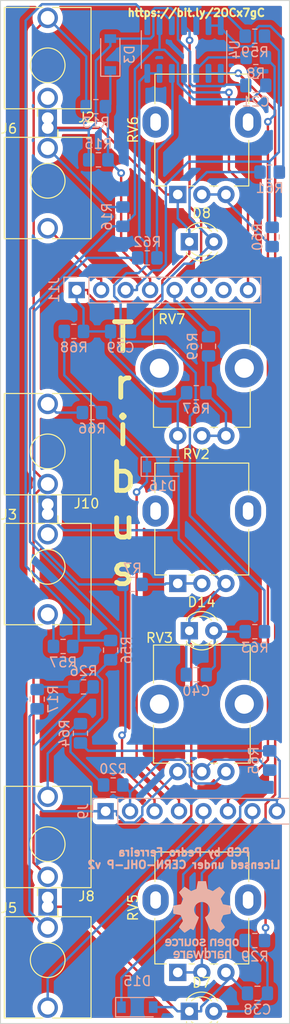
<source format=kicad_pcb>
(kicad_pcb (version 20171130) (host pcbnew "(5.1.9-0-10_14)")
  (layers (0 F.Cu signal hide) (31 B.Cu signal hide) (34 B.Paste user hide) (35 F.Paste user) (36 B.SilkS user hide) (37 F.SilkS user) (38 B.Mask user hide) (39 F.Mask user) (44 Edge.Cuts user))
  (net 0 "")
  (net 1 "Net-(C21-Pad2)")
  (net 2 "Net-(C21-Pad1)")
  (net 3 GND)
  (net 4 "Net-(C38-Pad2)")
  (net 5 "Net-(C39-Pad2)")
  (net 6 "Net-(C40-Pad2)")
  (net 7 HH_TRIG_FRONT)
  (net 8 BASS_TRIG_FRONT)
  (net 9 SNARE_TRIGGER_FRONT)
  (net 10 INPUT_NORM)
  (net 11 "Net-(J3-PadT)")
  (net 12 BASS_OUT_MIX)
  (net 13 BASS_OUT_FRONT)
  (net 14 HH_OUT_FRONT)
  (net 15 HH_OUT_MIX)
  (net 16 "Net-(J8-PadT)")
  (net 17 BASS_DECAY_FRONT)
  (net 18 BASS_LED_FRONT)
  (net 19 SNARE_DECAY_FRONT)
  (net 20 SNARE_NOISE_FRONT)
  (net 21 SNARE_BODY_FRONT)
  (net 22 "Net-(J10-PadT)")
  (net 23 HH_DECAY_FRONT)
  (net 24 NOISE_CUTOFF_FRONT)
  (net 25 -12V)
  (net 26 +12V)
  (net 27 "Net-(R7-Pad1)")
  (net 28 "Net-(R8-Pad1)")
  (net 29 "Net-(R29-Pad2)")
  (net 30 "Net-(R59-Pad1)")
  (net 31 "Net-(R60-Pad1)")
  (net 32 "Net-(R61-Pad2)")
  (net 33 "Net-(R62-Pad1)")
  (net 34 "Net-(R63-Pad2)")
  (net 35 "Net-(R67-Pad2)")
  (module Symbol:OSHW-Logo_7.5x8mm_SilkScreen (layer B.Cu) (at 20.92 95.25 180)
    (fp_text reference REF** hide)
    (fp_text value OSHW-Logo_7.5x8mm_SilkScreen hide)
  )
  (module LED_THT:LED_D3.0mm (layer F.Cu) (at 20.9 65.3)
    (fp_text reference D14 (at -0.03 -2.96) (layer F.SilkS))
    (fp_text value SNARE_LED)
    (pad 2 thru_hole circle (at 1.24 0) (size 1.8 1.8) (drill 0.9) (layers *.Cu *.Mask) (net 6 "Net-(C40-Pad2)"))
    (pad 1 thru_hole rect (at -1.3 0) (size 1.8 1.8) (drill 0.9) (layers *.Cu *.Mask) (net 3 GND))
  )
  (module Eurorack:Jack_3.5mm_QingPu_WQP-PJ398SM_Vertical_CircularHoles (layer F.Cu) (at 4.9 87.4 180)
    (fp_text reference J8 (at -4.03 -5.42) (layer F.SilkS))
    (fp_text value BASS_TRIG)
    (pad TN thru_hole circle (at 0 -3.4) (size 2.13 2.13) (drill 1.42) (layers *.Cu *.Mask) (net 10 INPUT_NORM))
    (pad S thru_hole rect (at 0 -6.5) (size 1.93 1.83) (drill 1.22) (layers *.Cu *.Mask) (net 3 GND))
    (pad T thru_hole circle (at 0 4.9) (size 2.13 2.13) (drill 1.43) (layers *.Cu *.Mask) (net 16 "Net-(J8-PadT)"))
  )
  (module Eurorack:Jack_3.5mm_QingPu_WQP-PJ398SM_Vertical_CircularHoles (layer F.Cu) (at 4.9 99.4)
    (fp_text reference J5 (at -4.03 -5.37) (layer F.SilkS))
    (fp_text value BASS_OUT)
    (pad TN thru_hole circle (at 0 -3.35 180) (size 2.13 2.13) (drill 1.42) (layers *.Cu *.Mask) (net 12 BASS_OUT_MIX))
    (pad S thru_hole rect (at 0 -6.45 180) (size 1.93 1.83) (drill 1.22) (layers *.Cu *.Mask) (net 3 GND))
    (pad T thru_hole circle (at 0 4.95 180) (size 2.13 2.13) (drill 1.43) (layers *.Cu *.Mask) (net 13 BASS_OUT_FRONT))
  )
  (module Eurorack:Potentiometer_Alpha_RD901F-40-00D_Single_Vertical (layer F.Cu) (at 20.9 93.2 90)
    (fp_text reference RV5 (at -0.79 -7.14 270) (layer F.SilkS))
    (fp_text value 1M)
    (pad 1 thru_hole rect (at -7.5 -2.5 180) (size 1.8 1.8) (drill 1) (layers *.Cu *.Mask) (net 17 BASS_DECAY_FRONT))
    (pad 2 thru_hole circle (at -7.5 0 180) (size 1.8 1.8) (drill 1) (layers *.Cu *.Mask) (net 17 BASS_DECAY_FRONT))
    (pad 3 thru_hole circle (at -7.5 2.5 180) (size 1.8 1.8) (drill 1) (layers *.Cu *.Mask) (net 3 GND))
    (pad "" thru_hole oval (at 0 4.8 180) (size 2.72 3.24) (drill oval 1.1 1.8) (layers *.Cu *.Mask))
    (pad "" thru_hole oval (at 0 -4.8 180) (size 2.72 3.24) (drill oval 1.1 1.8) (layers *.Cu *.Mask))
  )
  (module Eurorack:Potentiometer_Alps_RK09K_Single_Vertical (layer F.Cu) (at 20.9 72.4 90)
    (fp_text reference RV3 (at 6.36 -4.39 180) (layer F.SilkS))
    (fp_text value 100K)
    (pad 3 thru_hole circle (at -7.5 -2.5 90) (size 1.8 1.8) (drill 1) (layers *.Cu *.Mask) (net 21 SNARE_BODY_FRONT))
    (pad 2 thru_hole circle (at -7.5 0 90) (size 1.8 1.8) (drill 1) (layers *.Cu *.Mask) (net 3 GND))
    (pad 1 thru_hole circle (at -7.5 2.5 90) (size 1.8 1.8) (drill 1) (layers *.Cu *.Mask) (net 20 SNARE_NOISE_FRONT))
    (pad "" np_thru_hole circle (at -0.5 -4.4 90) (size 4 4) (drill 2) (layers *.Cu *.Mask))
    (pad "" np_thru_hole circle (at -0.5 4.4 90) (size 4 4) (drill 2) (layers *.Cu *.Mask))
  )
  (module Eurorack:Potentiometer_Alpha_RD901F-40-00D_Single_Vertical (layer F.Cu) (at 20.9 52.9 90)
    (fp_text reference RV2 (at 5.91 -0.58) (layer F.SilkS))
    (fp_text value 1M)
    (pad 1 thru_hole rect (at -7.5 -2.5 180) (size 1.8 1.8) (drill 1) (layers *.Cu *.Mask) (net 27 "Net-(R7-Pad1)"))
    (pad 2 thru_hole circle (at -7.5 0 180) (size 1.8 1.8) (drill 1) (layers *.Cu *.Mask) (net 27 "Net-(R7-Pad1)"))
    (pad 3 thru_hole circle (at -7.5 2.5 180) (size 1.8 1.8) (drill 1) (layers *.Cu *.Mask) (net 3 GND))
    (pad "" thru_hole oval (at 0 4.8 180) (size 2.72 3.24) (drill oval 1.1 1.8) (layers *.Cu *.Mask))
    (pad "" thru_hole oval (at 0 -4.8 180) (size 2.72 3.24) (drill oval 1.1 1.8) (layers *.Cu *.Mask))
  )
  (module Eurorack:Potentiometer_Alps_RK09K_Single_Vertical (layer F.Cu) (at 20.9 37.6 90)
    (fp_text reference RV7 (at 4.58 -3.12 180) (layer F.SilkS))
    (fp_text value 10K)
    (pad 3 thru_hole circle (at -7.5 -2.5 90) (size 1.8 1.8) (drill 1) (layers *.Cu *.Mask) (net 3 GND))
    (pad 2 thru_hole circle (at -7.5 0 90) (size 1.8 1.8) (drill 1) (layers *.Cu *.Mask) (net 35 "Net-(R67-Pad2)"))
    (pad 1 thru_hole circle (at -7.5 2.5 90) (size 1.8 1.8) (drill 1) (layers *.Cu *.Mask) (net 35 "Net-(R67-Pad2)"))
    (pad "" np_thru_hole circle (at -0.5 -4.4 90) (size 4 4) (drill 2) (layers *.Cu *.Mask))
    (pad "" np_thru_hole circle (at -0.5 4.4 90) (size 4 4) (drill 2) (layers *.Cu *.Mask))
  )
  (module Eurorack:Potentiometer_Alpha_RD901F-40-00D_Single_Vertical (layer F.Cu) (at 20.9 12.6 90)
    (fp_text reference RV6 (at -0.79 -7.14 270) (layer F.SilkS))
    (fp_text value 100K)
    (pad 1 thru_hole rect (at -7.5 -2.5 180) (size 1.8 1.8) (drill 1) (layers *.Cu *.Mask) (net 3 GND))
    (pad 2 thru_hole circle (at -7.5 0 180) (size 1.8 1.8) (drill 1) (layers *.Cu *.Mask) (net 31 "Net-(R60-Pad1)"))
    (pad 3 thru_hole circle (at -7.5 2.5 180) (size 1.8 1.8) (drill 1) (layers *.Cu *.Mask) (net 31 "Net-(R60-Pad1)"))
    (pad "" thru_hole oval (at 0 4.8 180) (size 2.72 3.24) (drill oval 1.1 1.8) (layers *.Cu *.Mask))
    (pad "" thru_hole oval (at 0 -4.8 180) (size 2.72 3.24) (drill oval 1.1 1.8) (layers *.Cu *.Mask))
  )
  (module LED_THT:LED_D3.0mm (layer F.Cu) (at 20.9 25)
    (fp_text reference D8 (at -0.03 -2.96) (layer F.SilkS))
    (fp_text value HH_LED)
    (pad 2 thru_hole circle (at 1.24 0) (size 1.8 1.8) (drill 0.9) (layers *.Cu *.Mask) (net 5 "Net-(C39-Pad2)"))
    (pad 1 thru_hole rect (at -1.3 0) (size 1.8 1.8) (drill 0.9) (layers *.Cu *.Mask) (net 3 GND))
  )
  (module LED_THT:LED_D3.0mm (layer F.Cu) (at 20.9 104.73)
    (fp_text reference D7 (at -0.03 -2.96) (layer F.SilkS))
    (fp_text value BASS_LED)
    (pad 2 thru_hole circle (at 1.24 0) (size 1.8 1.8) (drill 0.9) (layers *.Cu *.Mask) (net 4 "Net-(C38-Pad2)"))
    (pad 1 thru_hole rect (at -1.3 0) (size 1.8 1.8) (drill 0.9) (layers *.Cu *.Mask) (net 3 GND))
  )
  (module Eurorack:Jack_3.5mm_QingPu_WQP-PJ398SM_Vertical_CircularHoles (layer F.Cu) (at 4.9 6.7 180)
    (fp_text reference J2 (at -4.03 -5.42 180) (layer F.SilkS))
    (fp_text value HIHAT_TRIG)
    (pad TN thru_hole circle (at 0 -3.4) (size 2.13 2.13) (drill 1.42) (layers *.Cu *.Mask))
    (pad S thru_hole rect (at 0 -6.5) (size 1.93 1.83) (drill 1.22) (layers *.Cu *.Mask) (net 3 GND))
    (pad T thru_hole circle (at 0 4.9) (size 2.13 2.13) (drill 1.43) (layers *.Cu *.Mask) (net 10 INPUT_NORM))
  )
  (module Eurorack:Jack_3.5mm_QingPu_WQP-PJ398SM_Vertical_CircularHoles (layer F.Cu) (at 4.9 18.7)
    (fp_text reference J6 (at -4.03 -5.42) (layer F.SilkS))
    (fp_text value HH_OUT)
    (pad TN thru_hole circle (at 0 -3.4 180) (size 2.13 2.13) (drill 1.42) (layers *.Cu *.Mask) (net 15 HH_OUT_MIX))
    (pad S thru_hole rect (at 0 -6.5 180) (size 1.93 1.83) (drill 1.22) (layers *.Cu *.Mask) (net 3 GND))
    (pad T thru_hole circle (at 0 4.9 180) (size 2.13 2.13) (drill 1.43) (layers *.Cu *.Mask) (net 14 HH_OUT_FRONT))
  )
  (module Eurorack:Jack_3.5mm_QingPu_WQP-PJ398SM_Vertical_CircularHoles (layer F.Cu) (at 4.9 46.7 180)
    (fp_text reference J10 (at -4.03 -5.42 180) (layer F.SilkS))
    (fp_text value SNARE_TRIG)
    (pad TN thru_hole circle (at 0 -3.4) (size 2.13 2.13) (drill 1.42) (layers *.Cu *.Mask) (net 10 INPUT_NORM))
    (pad S thru_hole rect (at 0 -6.5) (size 1.93 1.83) (drill 1.22) (layers *.Cu *.Mask) (net 3 GND))
    (pad T thru_hole circle (at 0 4.9) (size 2.13 2.13) (drill 1.43) (layers *.Cu *.Mask) (net 22 "Net-(J10-PadT)"))
  )
  (module Eurorack:Jack_3.5mm_QingPu_WQP-PJ398SM_Vertical_CircularHoles (layer F.Cu) (at 4.9 58.7)
    (fp_text reference J3 (at -4.03 -5.42) (layer F.SilkS))
    (fp_text value SNARE_MIX_OUT)
    (pad TN thru_hole circle (at 0 -3.4 180) (size 2.13 2.13) (drill 1.42) (layers *.Cu *.Mask))
    (pad S thru_hole rect (at 0 -6.5 180) (size 1.93 1.83) (drill 1.22) (layers *.Cu *.Mask) (net 3 GND))
    (pad T thru_hole circle (at 0 4.9 180) (size 2.13 2.13) (drill 1.43) (layers *.Cu *.Mask) (net 11 "Net-(J3-PadT)"))
  )
  (module Connector_PinHeader_2.54mm:PinHeader_1x08_P2.54mm_Vertical (layer B.Cu) (at 19.8 84 270)
    (fp_text reference J9 (at 0 11.22 90) (layer B.SilkS) (effects (justify mirror)))
    (fp_text value Conn_01x08_Female)
    (pad 8 thru_hole oval (at 0 -8.89 270) (size 1.7 1.7) (drill 1) (layers *.Cu *.Mask) (net 8 BASS_TRIG_FRONT))
    (pad 7 thru_hole oval (at 0 -6.35 270) (size 1.7 1.7) (drill 1) (layers *.Cu *.Mask) (net 17 BASS_DECAY_FRONT))
    (pad 6 thru_hole oval (at 0 -3.81 270) (size 1.7 1.7) (drill 1) (layers *.Cu *.Mask) (net 18 BASS_LED_FRONT))
    (pad 5 thru_hole oval (at 0 -1.27 270) (size 1.7 1.7) (drill 1) (layers *.Cu *.Mask) (net 13 BASS_OUT_FRONT))
    (pad 4 thru_hole oval (at 0 1.27 270) (size 1.7 1.7) (drill 1) (layers *.Cu *.Mask) (net 9 SNARE_TRIGGER_FRONT))
    (pad 3 thru_hole oval (at 0 3.81 270) (size 1.7 1.7) (drill 1) (layers *.Cu *.Mask) (net 19 SNARE_DECAY_FRONT))
    (pad 2 thru_hole oval (at 0 6.35 270) (size 1.7 1.7) (drill 1) (layers *.Cu *.Mask) (net 20 SNARE_NOISE_FRONT))
    (pad 1 thru_hole rect (at 0 8.89 270) (size 1.7 1.7) (drill 1) (layers *.Cu *.Mask) (net 21 SNARE_BODY_FRONT))
  )
  (module Connector_PinHeader_2.54mm:PinHeader_1x08_P2.54mm_Vertical (layer B.Cu) (at 16.8 30 270)
    (fp_text reference J11 (at 0 11.22 90) (layer B.SilkS) (effects (justify mirror)))
    (fp_text value Conn_01x08_Male)
    (pad 8 thru_hole oval (at 0 -8.89 270) (size 1.7 1.7) (drill 1) (layers *.Cu *.Mask) (net 26 +12V))
    (pad 7 thru_hole oval (at 0 -6.35 270) (size 1.7 1.7) (drill 1) (layers *.Cu *.Mask))
    (pad 6 thru_hole oval (at 0 -3.81 270) (size 1.7 1.7) (drill 1) (layers *.Cu *.Mask) (net 25 -12V))
    (pad 5 thru_hole oval (at 0 -1.27 270) (size 1.7 1.7) (drill 1) (layers *.Cu *.Mask) (net 24 NOISE_CUTOFF_FRONT))
    (pad 4 thru_hole oval (at 0 1.27 270) (size 1.7 1.7) (drill 1) (layers *.Cu *.Mask) (net 7 HH_TRIG_FRONT))
    (pad 3 thru_hole oval (at 0 3.81 270) (size 1.7 1.7) (drill 1) (layers *.Cu *.Mask) (net 23 HH_DECAY_FRONT))
    (pad 2 thru_hole oval (at 0 6.35 270) (size 1.7 1.7) (drill 1) (layers *.Cu *.Mask) (net 14 HH_OUT_FRONT))
    (pad 1 thru_hole rect (at 0 8.89 270) (size 1.7 1.7) (drill 1) (layers *.Cu *.Mask) (net 3 GND))
  )
  (module Capacitor_SMD:C_0805_2012Metric_Pad1.18x1.45mm_HandSolder (layer B.Cu) (at 26.5 8.8)
    (fp_text reference C21 (at 0 1.68) (layer B.SilkS) (effects (justify mirror)))
    (fp_text value 22pF)
    (pad 2 smd roundrect (at 1.0375 0) (size 1.175 1.45) (layers B.Cu B.Paste B.Mask) (roundrect_rratio 0.212766) (net 1 "Net-(C21-Pad2)"))
    (pad 1 smd roundrect (at -1.0375 0) (size 1.175 1.45) (layers B.Cu B.Paste B.Mask) (roundrect_rratio 0.212766) (net 2 "Net-(C21-Pad1)"))
  )
  (module Capacitor_SMD:C_0805_2012Metric_Pad1.18x1.45mm_HandSolder (layer B.Cu) (at 26.67 102.87)
    (fp_text reference C38 (at 0 1.68) (layer B.SilkS) (effects (justify mirror)))
    (fp_text value 27nF)
    (pad 2 smd roundrect (at 1.0375 0) (size 1.175 1.45) (layers B.Cu B.Paste B.Mask) (roundrect_rratio 0.212766) (net 4 "Net-(C38-Pad2)"))
    (pad 1 smd roundrect (at -1.0375 0) (size 1.175 1.45) (layers B.Cu B.Paste B.Mask) (roundrect_rratio 0.212766) (net 3 GND))
  )
  (module Capacitor_SMD:C_0805_2012Metric_Pad1.18x1.45mm_HandSolder (layer B.Cu) (at 12.4675 34.29)
    (fp_text reference C39 (at 0 1.68) (layer B.SilkS) (effects (justify mirror)))
    (fp_text value 27nF)
    (pad 2 smd roundrect (at 1.0375 0) (size 1.175 1.45) (layers B.Cu B.Paste B.Mask) (roundrect_rratio 0.212766) (net 5 "Net-(C39-Pad2)"))
    (pad 1 smd roundrect (at -1.0375 0) (size 1.175 1.45) (layers B.Cu B.Paste B.Mask) (roundrect_rratio 0.212766) (net 3 GND))
  )
  (module Capacitor_SMD:C_0805_2012Metric_Pad1.18x1.45mm_HandSolder (layer B.Cu) (at 20.32 69.85)
    (fp_text reference C40 (at 0 1.68) (layer B.SilkS) (effects (justify mirror)))
    (fp_text value 27nF)
    (pad 2 smd roundrect (at 1.0375 0) (size 1.175 1.45) (layers B.Cu B.Paste B.Mask) (roundrect_rratio 0.212766) (net 6 "Net-(C40-Pad2)"))
    (pad 1 smd roundrect (at -1.0375 0) (size 1.175 1.45) (layers B.Cu B.Paste B.Mask) (roundrect_rratio 0.212766) (net 3 GND))
  )
  (module Diode_SMD:D_SOD-123 (layer B.Cu) (at 11.4 5.6 90)
    (fp_text reference D3 (at 0 2 270) (layer B.SilkS) (effects (justify mirror)))
    (fp_text value 1N4148)
    (pad 2 smd rect (at 1.65 0 90) (size 0.9 1.2) (layers B.Cu B.Paste B.Mask) (net 3 GND))
    (pad 1 smd rect (at -1.65 0 90) (size 0.9 1.2) (layers B.Cu B.Paste B.Mask) (net 7 HH_TRIG_FRONT))
  )
  (module Diode_SMD:D_SOD-123 (layer B.Cu) (at 14.2 104.3)
    (fp_text reference D15 (at 0 -2.7) (layer B.SilkS) (effects (justify mirror)))
    (fp_text value 1N4148)
    (pad 2 smd rect (at 1.65 0) (size 0.9 1.2) (layers B.Cu B.Paste B.Mask) (net 3 GND))
    (pad 1 smd rect (at -1.65 0) (size 0.9 1.2) (layers B.Cu B.Paste B.Mask) (net 8 BASS_TRIG_FRONT))
  )
  (module Diode_SMD:D_SOD-123 (layer B.Cu) (at 16.85 48.3)
    (fp_text reference D16 (at 0 2) (layer B.SilkS) (effects (justify mirror)))
    (fp_text value 1N4148)
    (pad 2 smd rect (at 1.65 0) (size 0.9 1.2) (layers B.Cu B.Paste B.Mask) (net 3 GND))
    (pad 1 smd rect (at -1.65 0) (size 0.9 1.2) (layers B.Cu B.Paste B.Mask) (net 9 SNARE_TRIGGER_FRONT))
  )
  (module Resistor_SMD:R_0805_2012Metric_Pad1.20x1.40mm_HandSolder (layer B.Cu) (at 13.7 60.5 180)
    (fp_text reference R7 (at 0 1.65) (layer B.SilkS) (effects (justify mirror)))
    (fp_text value 220)
    (pad 2 smd roundrect (at 1 0 180) (size 1.2 1.4) (layers B.Cu B.Paste B.Mask) (roundrect_rratio 0.208333) (net 19 SNARE_DECAY_FRONT))
    (pad 1 smd roundrect (at -1 0 180) (size 1.2 1.4) (layers B.Cu B.Paste B.Mask) (roundrect_rratio 0.208333) (net 27 "Net-(R7-Pad1)"))
  )
  (module Resistor_SMD:R_0805_2012Metric_Pad1.20x1.40mm_HandSolder (layer B.Cu) (at 26.5 5.9)
    (fp_text reference R8 (at 0 1.65) (layer B.SilkS) (effects (justify mirror)))
    (fp_text value 1M)
    (pad 2 smd roundrect (at 1 0) (size 1.2 1.4) (layers B.Cu B.Paste B.Mask) (roundrect_rratio 0.208333) (net 18 BASS_LED_FRONT))
    (pad 1 smd roundrect (at -1 0) (size 1.2 1.4) (layers B.Cu B.Paste B.Mask) (roundrect_rratio 0.208333) (net 28 "Net-(R8-Pad1)"))
  )
  (module Resistor_SMD:R_0805_2012Metric_Pad1.20x1.40mm_HandSolder (layer B.Cu) (at 9.9 11)
    (fp_text reference R13 (at 0 1.65) (layer B.SilkS) (effects (justify mirror)))
    (fp_text value 100K)
    (pad 2 smd roundrect (at 1 0) (size 1.2 1.4) (layers B.Cu B.Paste B.Mask) (roundrect_rratio 0.208333) (net 7 HH_TRIG_FRONT))
    (pad 1 smd roundrect (at -1 0) (size 1.2 1.4) (layers B.Cu B.Paste B.Mask) (roundrect_rratio 0.208333) (net 10 INPUT_NORM))
  )
  (module Resistor_SMD:R_0805_2012Metric_Pad1.20x1.40mm_HandSolder (layer B.Cu) (at 10.16 16.51 180)
    (fp_text reference R15 (at 0 1.65) (layer B.SilkS) (effects (justify mirror)))
    (fp_text value 1M)
    (pad 2 smd roundrect (at 1 0 180) (size 1.2 1.4) (layers B.Cu B.Paste B.Mask) (roundrect_rratio 0.208333) (net 3 GND))
    (pad 1 smd roundrect (at -1 0 180) (size 1.2 1.4) (layers B.Cu B.Paste B.Mask) (roundrect_rratio 0.208333) (net 7 HH_TRIG_FRONT))
  )
  (module Resistor_SMD:R_0805_2012Metric_Pad1.20x1.40mm_HandSolder (layer B.Cu) (at 12.7 22.4 270)
    (fp_text reference R16 (at 0 1.65 90) (layer B.SilkS) (effects (justify mirror)))
    (fp_text value 100K)
    (pad 2 smd roundrect (at 1 0 270) (size 1.2 1.4) (layers B.Cu B.Paste B.Mask) (roundrect_rratio 0.208333) (net 1 "Net-(C21-Pad2)"))
    (pad 1 smd roundrect (at -1 0 270) (size 1.2 1.4) (layers B.Cu B.Paste B.Mask) (roundrect_rratio 0.208333) (net 15 HH_OUT_MIX))
  )
  (module Resistor_SMD:R_0805_2012Metric_Pad1.20x1.40mm_HandSolder (layer B.Cu) (at 3.81 72.39 90)
    (fp_text reference R17 (at 0 1.65 90) (layer B.SilkS) (effects (justify mirror)))
    (fp_text value 100K)
    (pad 2 smd roundrect (at 1 0 90) (size 1.2 1.4) (layers B.Cu B.Paste B.Mask) (roundrect_rratio 0.208333) (net 1 "Net-(C21-Pad2)"))
    (pad 1 smd roundrect (at -1 0 90) (size 1.2 1.4) (layers B.Cu B.Paste B.Mask) (roundrect_rratio 0.208333) (net 12 BASS_OUT_MIX))
  )
  (module Resistor_SMD:R_0805_2012Metric_Pad1.20x1.40mm_HandSolder (layer B.Cu) (at 11.7 81.28 180)
    (fp_text reference R20 (at 0 1.65) (layer B.SilkS) (effects (justify mirror)))
    (fp_text value 100K)
    (pad 2 smd roundrect (at 1 0 180) (size 1.2 1.4) (layers B.Cu B.Paste B.Mask) (roundrect_rratio 0.208333) (net 1 "Net-(C21-Pad2)"))
    (pad 1 smd roundrect (at -1 0 180) (size 1.2 1.4) (layers B.Cu B.Paste B.Mask) (roundrect_rratio 0.208333) (net 20 SNARE_NOISE_FRONT))
  )
  (module Resistor_SMD:R_0805_2012Metric_Pad1.20x1.40mm_HandSolder (layer B.Cu) (at 8.62 71.12 180)
    (fp_text reference R26 (at 0 1.65) (layer B.SilkS) (effects (justify mirror)))
    (fp_text value 100K)
    (pad 2 smd roundrect (at 1 0 180) (size 1.2 1.4) (layers B.Cu B.Paste B.Mask) (roundrect_rratio 0.208333) (net 1 "Net-(C21-Pad2)"))
    (pad 1 smd roundrect (at -1 0 180) (size 1.2 1.4) (layers B.Cu B.Paste B.Mask) (roundrect_rratio 0.208333) (net 21 SNARE_BODY_FRONT))
  )
  (module Resistor_SMD:R_0805_2012Metric_Pad1.20x1.40mm_HandSolder (layer B.Cu) (at 26.4 97.4)
    (fp_text reference R29 (at 0 1.65) (layer B.SilkS) (effects (justify mirror)))
    (fp_text value 1K)
    (pad 2 smd roundrect (at 1 0) (size 1.2 1.4) (layers B.Cu B.Paste B.Mask) (roundrect_rratio 0.208333) (net 29 "Net-(R29-Pad2)"))
    (pad 1 smd roundrect (at -1 0) (size 1.2 1.4) (layers B.Cu B.Paste B.Mask) (roundrect_rratio 0.208333) (net 4 "Net-(C38-Pad2)"))
  )
  (module Resistor_SMD:R_0805_2012Metric_Pad1.20x1.40mm_HandSolder (layer B.Cu) (at 11.43 67.31 90)
    (fp_text reference R56 (at 0 1.65 90) (layer B.SilkS) (effects (justify mirror)))
    (fp_text value 100K)
    (pad 2 smd roundrect (at 1 0 90) (size 1.2 1.4) (layers B.Cu B.Paste B.Mask) (roundrect_rratio 0.208333) (net 2 "Net-(C21-Pad1)"))
    (pad 1 smd roundrect (at -1 0 90) (size 1.2 1.4) (layers B.Cu B.Paste B.Mask) (roundrect_rratio 0.208333) (net 1 "Net-(C21-Pad2)"))
  )
  (module Resistor_SMD:R_0805_2012Metric_Pad1.20x1.40mm_HandSolder (layer B.Cu) (at 6.5 66.93)
    (fp_text reference R57 (at 0 1.65) (layer B.SilkS) (effects (justify mirror)))
    (fp_text value 1K)
    (pad 2 smd roundrect (at 1 0) (size 1.2 1.4) (layers B.Cu B.Paste B.Mask) (roundrect_rratio 0.208333) (net 2 "Net-(C21-Pad1)"))
    (pad 1 smd roundrect (at -1 0) (size 1.2 1.4) (layers B.Cu B.Paste B.Mask) (roundrect_rratio 0.208333) (net 11 "Net-(J3-PadT)"))
  )
  (module Resistor_SMD:R_0805_2012Metric_Pad1.20x1.40mm_HandSolder (layer B.Cu) (at 26.4 3.7)
    (fp_text reference R59 (at 0 1.65) (layer B.SilkS) (effects (justify mirror)))
    (fp_text value 1M)
    (pad 2 smd roundrect (at 1 0) (size 1.2 1.4) (layers B.Cu B.Paste B.Mask) (roundrect_rratio 0.208333) (net 23 HH_DECAY_FRONT))
    (pad 1 smd roundrect (at -1 0) (size 1.2 1.4) (layers B.Cu B.Paste B.Mask) (roundrect_rratio 0.208333) (net 30 "Net-(R59-Pad1)"))
  )
  (module Resistor_SMD:R_0805_2012Metric_Pad1.20x1.40mm_HandSolder (layer B.Cu) (at 28.2 24.5 90)
    (fp_text reference R60 (at 0 -1.53 270) (layer B.SilkS) (effects (justify mirror)))
    (fp_text value 220)
    (pad 2 smd roundrect (at 1 0 90) (size 1.2 1.4) (layers B.Cu B.Paste B.Mask) (roundrect_rratio 0.208333) (net 23 HH_DECAY_FRONT))
    (pad 1 smd roundrect (at -1 0 90) (size 1.2 1.4) (layers B.Cu B.Paste B.Mask) (roundrect_rratio 0.208333) (net 31 "Net-(R60-Pad1)"))
  )
  (module Resistor_SMD:R_0805_2012Metric_Pad1.20x1.40mm_HandSolder (layer B.Cu) (at 27.94 17.78)
    (fp_text reference R61 (at 0 1.65) (layer B.SilkS) (effects (justify mirror)))
    (fp_text value 1K)
    (pad 2 smd roundrect (at 1 0) (size 1.2 1.4) (layers B.Cu B.Paste B.Mask) (roundrect_rratio 0.208333) (net 32 "Net-(R61-Pad2)"))
    (pad 1 smd roundrect (at -1 0) (size 1.2 1.4) (layers B.Cu B.Paste B.Mask) (roundrect_rratio 0.208333) (net 5 "Net-(C39-Pad2)"))
  )
  (module Resistor_SMD:R_0805_2012Metric_Pad1.20x1.40mm_HandSolder (layer B.Cu) (at 15.24 26.67 180)
    (fp_text reference R62 (at 0 1.65) (layer B.SilkS) (effects (justify mirror)))
    (fp_text value 1M)
    (pad 2 smd roundrect (at 1 0 180) (size 1.2 1.4) (layers B.Cu B.Paste B.Mask) (roundrect_rratio 0.208333) (net 19 SNARE_DECAY_FRONT))
    (pad 1 smd roundrect (at -1 0 180) (size 1.2 1.4) (layers B.Cu B.Paste B.Mask) (roundrect_rratio 0.208333) (net 33 "Net-(R62-Pad1)"))
  )
  (module Resistor_SMD:R_0805_2012Metric_Pad1.20x1.40mm_HandSolder (layer B.Cu) (at 26.4 65.4)
    (fp_text reference R63 (at 0 1.65) (layer B.SilkS) (effects (justify mirror)))
    (fp_text value 1K)
    (pad 2 smd roundrect (at 1 0) (size 1.2 1.4) (layers B.Cu B.Paste B.Mask) (roundrect_rratio 0.208333) (net 34 "Net-(R63-Pad2)"))
    (pad 1 smd roundrect (at -1 0) (size 1.2 1.4) (layers B.Cu B.Paste B.Mask) (roundrect_rratio 0.208333) (net 6 "Net-(C40-Pad2)"))
  )
  (module Resistor_SMD:R_0805_2012Metric_Pad1.20x1.40mm_HandSolder (layer B.Cu) (at 8.3 75.93 270)
    (fp_text reference R64 (at 0 1.65 90) (layer B.SilkS) (effects (justify mirror)))
    (fp_text value 100K)
    (pad 2 smd roundrect (at 1 0 270) (size 1.2 1.4) (layers B.Cu B.Paste B.Mask) (roundrect_rratio 0.208333) (net 8 BASS_TRIG_FRONT))
    (pad 1 smd roundrect (at -1 0 270) (size 1.2 1.4) (layers B.Cu B.Paste B.Mask) (roundrect_rratio 0.208333) (net 16 "Net-(J8-PadT)"))
  )
  (module Resistor_SMD:R_0805_2012Metric_Pad1.20x1.40mm_HandSolder (layer B.Cu) (at 27.94 78.74 270)
    (fp_text reference R65 (at 0 1.65 270) (layer B.SilkS) (effects (justify mirror)))
    (fp_text value 100K)
    (pad 2 smd roundrect (at 1 0 270) (size 1.2 1.4) (layers B.Cu B.Paste B.Mask) (roundrect_rratio 0.208333) (net 3 GND))
    (pad 1 smd roundrect (at -1 0 270) (size 1.2 1.4) (layers B.Cu B.Paste B.Mask) (roundrect_rratio 0.208333) (net 8 BASS_TRIG_FRONT))
  )
  (module Resistor_SMD:R_0805_2012Metric_Pad1.20x1.40mm_HandSolder (layer B.Cu) (at 9.5 42.7)
    (fp_text reference R66 (at 0 1.65) (layer B.SilkS) (effects (justify mirror)))
    (fp_text value 100K)
    (pad 2 smd roundrect (at 1 0) (size 1.2 1.4) (layers B.Cu B.Paste B.Mask) (roundrect_rratio 0.208333) (net 9 SNARE_TRIGGER_FRONT))
    (pad 1 smd roundrect (at -1 0) (size 1.2 1.4) (layers B.Cu B.Paste B.Mask) (roundrect_rratio 0.208333) (net 22 "Net-(J10-PadT)"))
  )
  (module Resistor_SMD:R_0805_2012Metric_Pad1.20x1.40mm_HandSolder (layer B.Cu) (at 20.32 40.64)
    (fp_text reference R67 (at 0 1.65 -180) (layer B.SilkS) (effects (justify mirror)))
    (fp_text value 10K)
    (pad 2 smd roundrect (at 1 0) (size 1.2 1.4) (layers B.Cu B.Paste B.Mask) (roundrect_rratio 0.208333) (net 35 "Net-(R67-Pad2)"))
    (pad 1 smd roundrect (at -1 0) (size 1.2 1.4) (layers B.Cu B.Paste B.Mask) (roundrect_rratio 0.208333) (net 3 GND))
  )
  (module Resistor_SMD:R_0805_2012Metric_Pad1.20x1.40mm_HandSolder (layer B.Cu) (at 7.62 34.29)
    (fp_text reference R68 (at 0 1.65) (layer B.SilkS) (effects (justify mirror)))
    (fp_text value 1M)
    (pad 2 smd roundrect (at 1 0) (size 1.2 1.4) (layers B.Cu B.Paste B.Mask) (roundrect_rratio 0.208333) (net 3 GND))
    (pad 1 smd roundrect (at -1 0) (size 1.2 1.4) (layers B.Cu B.Paste B.Mask) (roundrect_rratio 0.208333) (net 9 SNARE_TRIGGER_FRONT))
  )
  (module Resistor_SMD:R_0805_2012Metric_Pad1.20x1.40mm_HandSolder (layer B.Cu) (at 21.59 35.83 270)
    (fp_text reference R69 (at 0 1.65 270) (layer B.SilkS) (effects (justify mirror)))
    (fp_text value 47)
    (pad 2 smd roundrect (at 1 0 270) (size 1.2 1.4) (layers B.Cu B.Paste B.Mask) (roundrect_rratio 0.208333) (net 35 "Net-(R67-Pad2)"))
    (pad 1 smd roundrect (at -1 0 270) (size 1.2 1.4) (layers B.Cu B.Paste B.Mask) (roundrect_rratio 0.208333) (net 24 NOISE_CUTOFF_FRONT))
  )
  (module Package_SO:SOIC-14_3.9x8.7mm_P1.27mm (layer B.Cu) (at 19.05 5.08 90)
    (fp_text reference U4 (at 0 5.28 270) (layer B.SilkS) (effects (justify mirror)))
    (fp_text value TL074)
    (pad 14 smd roundrect (at 2.475 3.81 90) (size 1.95 0.6) (layers B.Cu B.Paste B.Mask) (net 32 "Net-(R61-Pad2)"))
    (pad 13 smd roundrect (at 2.475 2.54 90) (size 1.95 0.6) (layers B.Cu B.Paste B.Mask) (net 32 "Net-(R61-Pad2)"))
    (pad 12 smd roundrect (at 2.475 1.27 90) (size 1.95 0.6) (layers B.Cu B.Paste B.Mask) (net 30 "Net-(R59-Pad1)"))
    (pad 11 smd roundrect (at 2.475 0 90) (size 1.95 0.6) (layers B.Cu B.Paste B.Mask) (net 25 -12V))
    (pad 10 smd roundrect (at 2.475 -1.27 90) (size 1.95 0.6) (layers B.Cu B.Paste B.Mask) (net 3 GND))
    (pad 9 smd roundrect (at 2.475 -2.54 90) (size 1.95 0.6) (layers B.Cu B.Paste B.Mask) (net 1 "Net-(C21-Pad2)"))
    (pad 8 smd roundrect (at 2.475 -3.81 90) (size 1.95 0.6) (layers B.Cu B.Paste B.Mask) (net 2 "Net-(C21-Pad1)"))
    (pad 7 smd roundrect (at -2.475 -3.81 90) (size 1.95 0.6) (layers B.Cu B.Paste B.Mask) (net 34 "Net-(R63-Pad2)"))
    (pad 6 smd roundrect (at -2.475 -2.54 90) (size 1.95 0.6) (layers B.Cu B.Paste B.Mask) (net 34 "Net-(R63-Pad2)"))
    (pad 5 smd roundrect (at -2.475 -1.27 90) (size 1.95 0.6) (layers B.Cu B.Paste B.Mask) (net 33 "Net-(R62-Pad1)"))
    (pad 4 smd roundrect (at -2.475 0 90) (size 1.95 0.6) (layers B.Cu B.Paste B.Mask) (net 26 +12V))
    (pad 3 smd roundrect (at -2.475 1.27 90) (size 1.95 0.6) (layers B.Cu B.Paste B.Mask) (net 28 "Net-(R8-Pad1)"))
    (pad 2 smd roundrect (at -2.475 2.54 90) (size 1.95 0.6) (layers B.Cu B.Paste B.Mask) (net 29 "Net-(R29-Pad2)"))
    (pad 1 smd roundrect (at -2.475 3.81 90) (size 1.95 0.6) (layers B.Cu B.Paste B.Mask) (net 29 "Net-(R29-Pad2)"))
  )
  (gr_text https://bit.ly/2OCx7gC (at 20.32 1.27) (layer F.SilkS) (effects (font (size 0.8 0.8) (thickness 0.2))))
  (gr_text "T\nr\ni\nb\nu\ns" (at 12.7 46.99) (layer F.SilkS) (effects (font (size 3 3) (thickness 0.5))))
  (gr_text "PCB by Pedro Ferreira\nLicensed under CERN-OHL-P v2" (at 19.05 88.9) (layer B.SilkS) (effects (font (size 0.8 0.8) (thickness 0.2)) (justify mirror)))
  (gr_line (start 30 0) (end 30 106) (layer Edge.Cuts) (width 0.1))
  (gr_line (start 0 106) (end 0 0) (layer Edge.Cuts) (width 0.1))
  (gr_line (start 0 106) (end 30 106) (layer Edge.Cuts) (width 0.1))
  (gr_line (start 0 0) (end 30 0) (layer Edge.Cuts) (width 0.1))
  (segment (start 7.62 71.12) (end 4.08 71.12) (width 0.25) (layer B.Cu) (net 1))
  (segment (start 4.08 71.12) (end 3.81 71.39) (width 0.25) (layer B.Cu) (net 1))
  (segment (start 9.9309 69.8091) (end 8.9309 69.8091) (width 0.25) (layer B.Cu) (net 1))
  (segment (start 8.9309 69.8091) (end 7.62 71.12) (width 0.25) (layer B.Cu) (net 1))
  (segment (start 12.7 23.4) (end 11.6528 23.4) (width 0.25) (layer B.Cu) (net 1))
  (segment (start 11.6528 23.4) (end 3.0594 31.9934) (width 0.25) (layer B.Cu) (net 1))
  (segment (start 3.0594 31.9934) (end 3.0594 56.0852) (width 0.25) (layer B.Cu) (net 1))
  (segment (start 3.0594 56.0852) (end 12.4847 65.5105) (width 0.25) (layer B.Cu) (net 1))
  (segment (start 12.4847 65.5105) (end 12.4847 67.2553) (width 0.25) (layer B.Cu) (net 1))
  (segment (start 12.4847 67.2553) (end 11.43 68.31) (width 0.25) (layer B.Cu) (net 1))
  (segment (start 16.51 5.1152) (end 15.9465 5.1152) (width 0.25) (layer B.Cu) (net 1))
  (segment (start 15.9465 5.1152) (end 13.9494 7.1123) (width 0.25) (layer B.Cu) (net 1))
  (segment (start 13.9494 7.1123) (end 13.9494 22.1506) (width 0.25) (layer B.Cu) (net 1))
  (segment (start 13.9494 22.1506) (end 12.7 23.4) (width 0.25) (layer B.Cu) (net 1))
  (segment (start 11.43 68.31) (end 9.9309 69.8091) (width 0.25) (layer B.Cu) (net 1))
  (segment (start 9.9309 69.8091) (end 10.5579 70.4361) (width 0.25) (layer B.Cu) (net 1))
  (segment (start 10.5579 70.4361) (end 10.5579 74.2869) (width 0.25) (layer B.Cu) (net 1))
  (segment (start 10.5579 74.2869) (end 8.8411 76.0037) (width 0.25) (layer B.Cu) (net 1))
  (segment (start 8.8411 76.0037) (end 7.5443 76.0037) (width 0.25) (layer B.Cu) (net 1))
  (segment (start 7.5443 76.0037) (end 7.2655 76.2825) (width 0.25) (layer B.Cu) (net 1))
  (segment (start 7.2655 76.2825) (end 7.2655 77.8455) (width 0.25) (layer B.Cu) (net 1))
  (segment (start 7.2655 77.8455) (end 10.7 81.28) (width 0.25) (layer B.Cu) (net 1))
  (segment (start 27.5375 8.8) (end 26.0952 10.2423) (width 0.25) (layer B.Cu) (net 1))
  (segment (start 26.0952 10.2423) (end 20.0414 10.2423) (width 0.25) (layer B.Cu) (net 1))
  (segment (start 20.0414 10.2423) (end 18.415 8.6159) (width 0.25) (layer B.Cu) (net 1))
  (segment (start 18.415 8.6159) (end 18.415 6.5033) (width 0.25) (layer B.Cu) (net 1))
  (segment (start 18.415 6.5033) (end 17.0269 5.1152) (width 0.25) (layer B.Cu) (net 1))
  (segment (start 17.0269 5.1152) (end 16.51 5.1152) (width 0.25) (layer B.Cu) (net 1))
  (segment (start 16.51 5.1152) (end 16.51 2.605) (width 0.25) (layer B.Cu) (net 1))
  (segment (start 15.24 1.5661) (end 14.0622 0.3883) (width 0.25) (layer B.Cu) (net 2))
  (segment (start 14.0622 0.3883) (end 4.3034 0.3883) (width 0.25) (layer B.Cu) (net 2))
  (segment (start 4.3034 0.3883) (end 2.6091 2.0826) (width 0.25) (layer B.Cu) (net 2))
  (segment (start 2.6091 2.0826) (end 2.6091 58.5752) (width 0.25) (layer B.Cu) (net 2))
  (segment (start 2.6091 58.5752) (end 8.12 64.0861) (width 0.25) (layer B.Cu) (net 2))
  (segment (start 8.12 64.0861) (end 8.12 66.31) (width 0.25) (layer B.Cu) (net 2))
  (segment (start 8.12 66.31) (end 11.43 66.31) (width 0.25) (layer B.Cu) (net 2))
  (segment (start 7.5 66.93) (end 8.12 66.31) (width 0.25) (layer B.Cu) (net 2))
  (segment (start 15.24 1.5661) (end 16.0299 0.7762) (width 0.25) (layer B.Cu) (net 2))
  (segment (start 16.0299 0.7762) (end 17.6675 0.7762) (width 0.25) (layer B.Cu) (net 2))
  (segment (start 17.6675 0.7762) (end 18.415 1.5237) (width 0.25) (layer B.Cu) (net 2))
  (segment (start 18.415 1.5237) (end 18.415 4.042) (width 0.25) (layer B.Cu) (net 2))
  (segment (start 18.415 4.042) (end 19.685 5.312) (width 0.25) (layer B.Cu) (net 2))
  (segment (start 19.685 5.312) (end 19.685 8.5871) (width 0.25) (layer B.Cu) (net 2))
  (segment (start 19.685 8.5871) (end 19.9707 8.8728) (width 0.25) (layer B.Cu) (net 2))
  (segment (start 19.9707 8.8728) (end 23.2599 8.8728) (width 0.25) (layer B.Cu) (net 2))
  (segment (start 23.2599 8.8728) (end 23.4118 8.7209) (width 0.25) (layer B.Cu) (net 2))
  (segment (start 23.4118 8.7209) (end 25.3834 8.7209) (width 0.25) (layer B.Cu) (net 2))
  (segment (start 25.3834 8.7209) (end 25.4625 8.8) (width 0.25) (layer B.Cu) (net 2))
  (segment (start 15.24 2.605) (end 15.24 1.5661) (width 0.25) (layer B.Cu) (net 2))
  (segment (start 19.6 25) (end 19.6 26.2253) (width 0.25) (layer F.Cu) (net 3))
  (segment (start 7.91 30) (end 9.0853 30) (width 0.25) (layer F.Cu) (net 3))
  (segment (start 9.0853 30) (end 9.0853 30.3673) (width 0.25) (layer F.Cu) (net 3))
  (segment (start 9.0853 30.3673) (end 9.9274 31.2094) (width 0.25) (layer F.Cu) (net 3))
  (segment (start 9.9274 31.2094) (end 15.9961 31.2094) (width 0.25) (layer F.Cu) (net 3))
  (segment (start 15.9961 31.2094) (end 16.8 30.4055) (width 0.25) (layer F.Cu) (net 3))
  (segment (start 16.8 30.4055) (end 16.8 29.0253) (width 0.25) (layer F.Cu) (net 3))
  (segment (start 16.8 29.0253) (end 19.6 26.2253) (width 0.25) (layer F.Cu) (net 3))
  (segment (start 4.9 13.2) (end 10.2747 13.2) (width 0.25) (layer F.Cu) (net 3))
  (segment (start 10.2747 13.2) (end 17.1747 20.1) (width 0.25) (layer F.Cu) (net 3))
  (segment (start 18.4 20.1) (end 17.1747 20.1) (width 0.25) (layer F.Cu) (net 3))
  (segment (start 4.9 12.2) (end 4.9 13.2) (width 0.25) (layer F.Cu) (net 3))
  (segment (start 8.62 34.29) (end 8.62 31.8853) (width 0.25) (layer B.Cu) (net 3))
  (segment (start 8.62 31.8853) (end 7.91 31.1753) (width 0.25) (layer B.Cu) (net 3))
  (segment (start 7.91 30) (end 7.91 31.1753) (width 0.25) (layer B.Cu) (net 3))
  (segment (start 8.62 34.29) (end 11.43 34.29) (width 0.25) (layer B.Cu) (net 3))
  (segment (start 11.43 34.29) (end 11.43 36.3647) (width 0.25) (layer B.Cu) (net 3))
  (segment (start 11.43 36.3647) (end 16.6253 41.56) (width 0.25) (layer B.Cu) (net 3))
  (segment (start 16.6253 41.56) (end 18.4 41.56) (width 0.25) (layer B.Cu) (net 3))
  (segment (start 18.4 41.56) (end 19.32 40.64) (width 0.25) (layer B.Cu) (net 3))
  (segment (start 18.4 41.56) (end 18.4 45.1) (width 0.25) (layer B.Cu) (net 3))
  (segment (start 18.5 54.8839) (end 18.5 55.7714) (width 0.25) (layer B.Cu) (net 3))
  (segment (start 18.5 55.7714) (end 23.1286 60.4) (width 0.25) (layer B.Cu) (net 3))
  (segment (start 18.5 48.3) (end 18.5 54.8839) (width 0.25) (layer B.Cu) (net 3))
  (segment (start 18.5 54.8839) (end 6.5839 54.8839) (width 0.25) (layer B.Cu) (net 3))
  (segment (start 6.5839 54.8839) (end 4.9 53.2) (width 0.25) (layer B.Cu) (net 3))
  (segment (start 23.1286 60.4) (end 23.1286 60.5461) (width 0.25) (layer B.Cu) (net 3))
  (segment (start 23.1286 60.5461) (end 19.6 64.0747) (width 0.25) (layer B.Cu) (net 3))
  (segment (start 23.4 60.4) (end 23.1286 60.4) (width 0.25) (layer B.Cu) (net 3))
  (segment (start 18.5 47.8373) (end 18.5 48.3) (width 0.25) (layer B.Cu) (net 3))
  (segment (start 18.5 47.8373) (end 18.5 47.3747) (width 0.25) (layer B.Cu) (net 3))
  (segment (start 11.4 3.95) (end 15.5671 3.95) (width 0.25) (layer B.Cu) (net 3))
  (segment (start 15.5671 3.95) (end 15.875 3.6421) (width 0.25) (layer B.Cu) (net 3))
  (segment (start 15.875 3.6421) (end 15.875 1.5732) (width 0.25) (layer B.Cu) (net 3))
  (segment (start 15.875 1.5732) (end 16.18 1.2682) (width 0.25) (layer B.Cu) (net 3))
  (segment (start 16.18 1.2682) (end 16.8347 1.2682) (width 0.25) (layer B.Cu) (net 3))
  (segment (start 16.8347 1.2682) (end 17.78 2.2135) (width 0.25) (layer B.Cu) (net 3))
  (segment (start 17.78 2.2135) (end 17.78 2.605) (width 0.25) (layer B.Cu) (net 3))
  (segment (start 19.6 65.3) (end 19.6 66.5253) (width 0.25) (layer F.Cu) (net 3))
  (segment (start 19.8 79.9) (end 19.8 84.4719) (width 0.25) (layer F.Cu) (net 3))
  (segment (start 19.8 84.4719) (end 8.9583 95.3136) (width 0.25) (layer F.Cu) (net 3))
  (segment (start 19.6 66.5253) (end 19.8 66.7253) (width 0.25) (layer F.Cu) (net 3))
  (segment (start 19.8 66.7253) (end 19.8 79.9) (width 0.25) (layer F.Cu) (net 3))
  (segment (start 20.9 79.9) (end 19.8 79.9) (width 0.25) (layer F.Cu) (net 3))
  (segment (start 18.4 45.1) (end 18.4 47.2747) (width 0.25) (layer B.Cu) (net 3))
  (segment (start 18.4 47.2747) (end 18.5 47.3747) (width 0.25) (layer B.Cu) (net 3))
  (segment (start 19.6 65.3) (end 19.6 64.0747) (width 0.25) (layer B.Cu) (net 3))
  (segment (start 19.6 65.3) (end 19.6 66.5253) (width 0.25) (layer B.Cu) (net 3))
  (segment (start 19.6 66.5253) (end 19.2825 66.8428) (width 0.25) (layer B.Cu) (net 3))
  (segment (start 19.2825 66.8428) (end 19.2825 69.85) (width 0.25) (layer B.Cu) (net 3))
  (segment (start 8.9583 95.3136) (end 18.3747 104.73) (width 0.25) (layer F.Cu) (net 3))
  (segment (start 4.9 93.9) (end 7.5447 93.9) (width 0.25) (layer F.Cu) (net 3))
  (segment (start 7.5447 93.9) (end 8.9583 95.3136) (width 0.25) (layer F.Cu) (net 3))
  (segment (start 20.9 79.9) (end 22.1336 78.6664) (width 0.25) (layer B.Cu) (net 3))
  (segment (start 22.1336 78.6664) (end 26.8664 78.6664) (width 0.25) (layer B.Cu) (net 3))
  (segment (start 26.8664 78.6664) (end 27.94 79.74) (width 0.25) (layer B.Cu) (net 3))
  (segment (start 19.6 104.73) (end 18.3747 104.73) (width 0.25) (layer F.Cu) (net 3))
  (segment (start 4.9 92.95) (end 4.9 93.9) (width 0.25) (layer F.Cu) (net 3))
  (segment (start 4.9 52.2) (end 4.9 53.2) (width 0.25) (layer B.Cu) (net 3))
  (segment (start 9.16 13.4403) (end 4.9 13.4403) (width 0.25) (layer B.Cu) (net 3))
  (segment (start 11.4 4.7253) (end 9.9001 6.2252) (width 0.25) (layer B.Cu) (net 3))
  (segment (start 9.9001 6.2252) (end 9.9001 12.7002) (width 0.25) (layer B.Cu) (net 3))
  (segment (start 9.9001 12.7002) (end 9.16 13.4403) (width 0.25) (layer B.Cu) (net 3))
  (segment (start 9.16 13.4403) (end 9.16 16.51) (width 0.25) (layer B.Cu) (net 3))
  (segment (start 4.9 13.2) (end 4.9 13.4403) (width 0.25) (layer B.Cu) (net 3))
  (segment (start 11.4 3.95) (end 11.4 4.7253) (width 0.25) (layer B.Cu) (net 3))
  (segment (start 23.8979 101.1978) (end 23.4 100.7) (width 0.25) (layer B.Cu) (net 3))
  (segment (start 25.6325 102.87) (end 25.57 102.87) (width 0.25) (layer B.Cu) (net 3))
  (segment (start 25.57 102.87) (end 23.8979 101.1978) (width 0.25) (layer B.Cu) (net 3))
  (segment (start 23.8979 101.1978) (end 20.8253 104.2704) (width 0.25) (layer B.Cu) (net 3))
  (segment (start 20.8253 104.2704) (end 20.8253 104.73) (width 0.25) (layer B.Cu) (net 3))
  (segment (start 19.6 104.73) (end 20.8253 104.73) (width 0.25) (layer B.Cu) (net 3))
  (segment (start 19.6 25) (end 19.6 23.7747) (width 0.25) (layer B.Cu) (net 3))
  (segment (start 18.4 20.1) (end 18.4 22.5747) (width 0.25) (layer B.Cu) (net 3))
  (segment (start 18.4 22.5747) (end 19.6 23.7747) (width 0.25) (layer B.Cu) (net 3))
  (segment (start 19.6 104.73) (end 18.3747 104.73) (width 0.25) (layer B.Cu) (net 3))
  (segment (start 15.85 104.3) (end 17.9447 104.3) (width 0.25) (layer B.Cu) (net 3))
  (segment (start 17.9447 104.3) (end 18.3747 104.73) (width 0.25) (layer B.Cu) (net 3))
  (segment (start 27.7075 102.87) (end 25.8475 104.73) (width 0.25) (layer B.Cu) (net 4))
  (segment (start 25.8475 104.73) (end 22.14 104.73) (width 0.25) (layer B.Cu) (net 4))
  (segment (start 25.4 97.4) (end 27.7075 99.7075) (width 0.25) (layer B.Cu) (net 4))
  (segment (start 27.7075 99.7075) (end 27.7075 102.87) (width 0.25) (layer B.Cu) (net 4))
  (segment (start 26.94 17.78) (end 21.4191 17.78) (width 0.25) (layer B.Cu) (net 5))
  (segment (start 21.4191 17.78) (end 19.6254 19.5737) (width 0.25) (layer B.Cu) (net 5))
  (segment (start 19.6254 19.5737) (end 19.6254 22.4854) (width 0.25) (layer B.Cu) (net 5))
  (segment (start 19.6254 22.4854) (end 22.14 25) (width 0.25) (layer B.Cu) (net 5))
  (segment (start 13.505 34.29) (end 16.8 30.995) (width 0.25) (layer B.Cu) (net 5))
  (segment (start 16.8 30.995) (end 16.8 29.5371) (width 0.25) (layer B.Cu) (net 5))
  (segment (start 16.8 29.5371) (end 19.0647 27.2724) (width 0.25) (layer B.Cu) (net 5))
  (segment (start 19.0647 27.2724) (end 19.8676 27.2724) (width 0.25) (layer B.Cu) (net 5))
  (segment (start 19.8676 27.2724) (end 22.14 25) (width 0.25) (layer B.Cu) (net 5))
  (segment (start 22.24 65.4) (end 22.14 65.3) (width 0.25) (layer B.Cu) (net 6))
  (segment (start 25.4 65.4) (end 22.24 65.4) (width 0.25) (layer B.Cu) (net 6))
  (segment (start 21.3575 69.85) (end 22.24 68.9675) (width 0.25) (layer B.Cu) (net 6))
  (segment (start 22.24 68.9675) (end 22.24 65.4) (width 0.25) (layer B.Cu) (net 6))
  (segment (start 15.53 28.8247) (end 12.5247 25.8194) (width 0.25) (layer F.Cu) (net 7))
  (segment (start 12.5247 25.8194) (end 12.5247 17.8747) (width 0.25) (layer F.Cu) (net 7))
  (segment (start 11.16 16.51) (end 12.5247 17.8747) (width 0.25) (layer B.Cu) (net 7))
  (segment (start 11.15 11) (end 11.15 16.5) (width 0.25) (layer B.Cu) (net 7))
  (segment (start 11.15 16.5) (end 11.16 16.51) (width 0.25) (layer B.Cu) (net 7))
  (segment (start 11.4 7.25) (end 11.4 10.75) (width 0.25) (layer B.Cu) (net 7))
  (segment (start 11.4 10.75) (end 11.15 11) (width 0.25) (layer B.Cu) (net 7))
  (segment (start 10.9 11) (end 11.15 11) (width 0.25) (layer B.Cu) (net 7))
  (segment (start 15.53 30) (end 15.53 28.8247) (width 0.25) (layer F.Cu) (net 7))
  (via (at 12.5247 17.8747) (size 0.8) (layers F.Cu B.Cu) (net 7))
  (segment (start 12.55 104.3) (end 12.55 101.2537) (width 0.25) (layer B.Cu) (net 8))
  (segment (start 12.55 101.2537) (end 18.9582 94.8455) (width 0.25) (layer B.Cu) (net 8))
  (segment (start 18.9582 94.8455) (end 18.9582 90.552) (width 0.25) (layer B.Cu) (net 8))
  (segment (start 18.9582 90.552) (end 24.88 84.6302) (width 0.25) (layer B.Cu) (net 8))
  (segment (start 24.88 84.6302) (end 24.88 83.5251) (width 0.25) (layer B.Cu) (net 8))
  (segment (start 24.88 83.5251) (end 25.5804 82.8247) (width 0.25) (layer B.Cu) (net 8))
  (segment (start 25.5804 82.8247) (end 28.69 82.8247) (width 0.25) (layer B.Cu) (net 8))
  (segment (start 28.69 84) (end 28.69 82.8247) (width 0.25) (layer B.Cu) (net 8))
  (segment (start 27.94 77.74) (end 28.9843 78.7843) (width 0.25) (layer B.Cu) (net 8))
  (segment (start 28.9843 78.7843) (end 28.9843 82.5304) (width 0.25) (layer B.Cu) (net 8))
  (segment (start 28.9843 82.5304) (end 28.69 82.8247) (width 0.25) (layer B.Cu) (net 8))
  (segment (start 8.3 76.93) (end 9.11 77.74) (width 0.25) (layer B.Cu) (net 8))
  (segment (start 9.11 77.74) (end 27.94 77.74) (width 0.25) (layer B.Cu) (net 8))
  (segment (start 6.62 34.29) (end 6.62 38.82) (width 0.25) (layer B.Cu) (net 9))
  (segment (start 6.62 38.82) (end 10.5 42.7) (width 0.25) (layer B.Cu) (net 9))
  (segment (start 18.53 82.8247) (end 14.1311 78.4258) (width 0.25) (layer F.Cu) (net 9))
  (segment (start 14.1311 78.4258) (end 14.1311 50.9339) (width 0.25) (layer F.Cu) (net 9))
  (segment (start 15.2 48.3) (end 15.2 49.865) (width 0.25) (layer B.Cu) (net 9))
  (segment (start 15.2 49.865) (end 14.1311 50.9339) (width 0.25) (layer B.Cu) (net 9))
  (segment (start 10.5 42.7) (end 15.1747 47.3747) (width 0.25) (layer B.Cu) (net 9))
  (segment (start 15.1747 47.3747) (end 15.2 47.3747) (width 0.25) (layer B.Cu) (net 9))
  (segment (start 18.53 84) (end 18.53 82.8247) (width 0.25) (layer F.Cu) (net 9))
  (segment (start 15.2 48.3) (end 15.2 47.3747) (width 0.25) (layer B.Cu) (net 9))
  (via (at 14.1311 50.9339) (size 0.8) (layers F.Cu B.Cu) (net 9))
  (segment (start 4.7772 49.9772) (end 4.9 50.1) (width 0.25) (layer F.Cu) (net 10))
  (segment (start 4.9 1.8) (end 3.4455 3.2545) (width 0.25) (layer F.Cu) (net 10))
  (segment (start 3.4455 3.2545) (end 3.4455 48.6455) (width 0.25) (layer F.Cu) (net 10))
  (segment (start 3.4455 48.6455) (end 4.7772 49.9772) (width 0.25) (layer F.Cu) (net 10))
  (segment (start 4.7772 49.9772) (end 3.4307 51.3237) (width 0.25) (layer F.Cu) (net 10))
  (segment (start 3.4307 51.3237) (end 3.4307 89.3307) (width 0.25) (layer F.Cu) (net 10))
  (segment (start 3.4307 89.3307) (end 4.9 90.8) (width 0.25) (layer F.Cu) (net 10))
  (segment (start 8.9 11) (end 8.9 5.8) (width 0.25) (layer B.Cu) (net 10))
  (segment (start 8.9 5.8) (end 4.9 1.8) (width 0.25) (layer B.Cu) (net 10))
  (segment (start 5.5 66.93) (end 5.5 64.2) (width 0.25) (layer B.Cu) (net 11))
  (segment (start 5.5 64.2) (end 4.9 63.6) (width 0.25) (layer B.Cu) (net 11))
  (segment (start 3.81 73.39) (end 3.0074 74.1926) (width 0.25) (layer B.Cu) (net 12))
  (segment (start 3.0074 74.1926) (end 3.0074 94.367) (width 0.25) (layer B.Cu) (net 12))
  (segment (start 3.0074 94.367) (end 4.6904 96.05) (width 0.25) (layer B.Cu) (net 12))
  (segment (start 4.6904 96.05) (end 4.9 96.05) (width 0.25) (layer B.Cu) (net 12))
  (segment (start 21.07 84) (end 21.07 85.1753) (width 0.25) (layer B.Cu) (net 13))
  (segment (start 21.07 85.1753) (end 4.9 101.3453) (width 0.25) (layer B.Cu) (net 13))
  (segment (start 4.9 101.3453) (end 4.9 104.35) (width 0.25) (layer B.Cu) (net 13))
  (segment (start 10.45 30) (end 10.45 28.8247) (width 0.25) (layer F.Cu) (net 14))
  (segment (start 10.45 28.8247) (end 10.1247 28.8247) (width 0.25) (layer F.Cu) (net 14))
  (segment (start 10.1247 28.8247) (end 4.9 23.6) (width 0.25) (layer F.Cu) (net 14))
  (segment (start 12.7 21.4) (end 11 21.4) (width 0.25) (layer B.Cu) (net 15))
  (segment (start 11 21.4) (end 4.9 15.3) (width 0.25) (layer B.Cu) (net 15))
  (segment (start 8.3 74.93) (end 7.9811 74.93) (width 0.25) (layer B.Cu) (net 16))
  (segment (start 7.9811 74.93) (end 4.9 78.0111) (width 0.25) (layer B.Cu) (net 16))
  (segment (start 4.9 78.0111) (end 4.9 82.5) (width 0.25) (layer B.Cu) (net 16))
  (segment (start 20.9 100.7) (end 19.6253 100.7) (width 0.25) (layer B.Cu) (net 17))
  (segment (start 26.15 85.1753) (end 20.9 90.4253) (width 0.25) (layer B.Cu) (net 17))
  (segment (start 20.9 90.4253) (end 20.9 100.7) (width 0.25) (layer B.Cu) (net 17))
  (segment (start 18.4 100.7) (end 19.6253 100.7) (width 0.25) (layer B.Cu) (net 17))
  (segment (start 26.15 84) (end 26.15 85.1753) (width 0.25) (layer B.Cu) (net 17))
  (segment (start 23.61 84) (end 23.61 82.8247) (width 0.25) (layer F.Cu) (net 18))
  (segment (start 27.7556 12.5608) (end 27.7556 78.6791) (width 0.25) (layer F.Cu) (net 18))
  (segment (start 27.7556 78.6791) (end 23.61 82.8247) (width 0.25) (layer F.Cu) (net 18))
  (segment (start 27.5 5.9) (end 28.4514 6.8514) (width 0.25) (layer B.Cu) (net 18))
  (segment (start 28.4514 6.8514) (end 28.4514 11.865) (width 0.25) (layer B.Cu) (net 18))
  (segment (start 28.4514 11.865) (end 27.7556 12.5608) (width 0.25) (layer B.Cu) (net 18))
  (via (at 27.7556 12.5608) (size 0.8) (layers F.Cu B.Cu) (net 18))
  (segment (start 14.24 26.67) (end 9.0197 26.67) (width 0.25) (layer B.Cu) (net 19))
  (segment (start 9.0197 26.67) (end 3.5097 32.18) (width 0.25) (layer B.Cu) (net 19))
  (segment (start 3.5097 32.18) (end 3.5097 55.8986) (width 0.25) (layer B.Cu) (net 19))
  (segment (start 3.5097 55.8986) (end 8.1111 60.5) (width 0.25) (layer B.Cu) (net 19))
  (segment (start 8.1111 60.5) (end 12.7 60.5) (width 0.25) (layer B.Cu) (net 19))
  (segment (start 15.99 84) (end 15.99 82.8247) (width 0.25) (layer F.Cu) (net 19))
  (segment (start 12.6156 76.1239) (end 12.6156 79.4503) (width 0.25) (layer F.Cu) (net 19))
  (segment (start 12.6156 79.4503) (end 15.99 82.8247) (width 0.25) (layer F.Cu) (net 19))
  (segment (start 12.7 60.5) (end 12.9634 60.7634) (width 0.25) (layer B.Cu) (net 19))
  (segment (start 12.9634 60.7634) (end 12.9634 75.7761) (width 0.25) (layer B.Cu) (net 19))
  (segment (start 12.9634 75.7761) (end 12.6156 76.1239) (width 0.25) (layer B.Cu) (net 19))
  (via (at 12.6156 76.1239) (size 0.8) (layers F.Cu B.Cu) (net 19))
  (segment (start 13.45 82.03) (end 13.45 84) (width 0.25) (layer B.Cu) (net 20))
  (segment (start 12.7 81.28) (end 13.45 82.03) (width 0.25) (layer B.Cu) (net 20))
  (segment (start 13.45 82.03) (end 16.8083 78.6717) (width 0.25) (layer B.Cu) (net 20))
  (segment (start 16.8083 78.6717) (end 18.9449 78.6717) (width 0.25) (layer B.Cu) (net 20))
  (segment (start 18.9449 78.6717) (end 19.65 79.3768) (width 0.25) (layer B.Cu) (net 20))
  (segment (start 19.65 79.3768) (end 19.65 80.4397) (width 0.25) (layer B.Cu) (net 20))
  (segment (start 19.65 80.4397) (end 20.3382 81.1279) (width 0.25) (layer B.Cu) (net 20))
  (segment (start 20.3382 81.1279) (end 22.1721 81.1279) (width 0.25) (layer B.Cu) (net 20))
  (segment (start 22.1721 81.1279) (end 23.4 79.9) (width 0.25) (layer B.Cu) (net 20))
  (segment (start 10.91 84) (end 12.0853 84) (width 0.25) (layer B.Cu) (net 21))
  (segment (start 12.0853 84) (end 12.0853 84.3804) (width 0.25) (layer B.Cu) (net 21))
  (segment (start 12.0853 84.3804) (end 12.8802 85.1753) (width 0.25) (layer B.Cu) (net 21))
  (segment (start 12.8802 85.1753) (end 13.939 85.1753) (width 0.25) (layer B.Cu) (net 21))
  (segment (start 13.939 85.1753) (end 14.72 84.3943) (width 0.25) (layer B.Cu) (net 21))
  (segment (start 14.72 84.3943) (end 14.72 83.58) (width 0.25) (layer B.Cu) (net 21))
  (segment (start 14.72 83.58) (end 18.4 79.9) (width 0.25) (layer B.Cu) (net 21))
  (segment (start 9.62 71.12) (end 3.4956 77.2444) (width 0.25) (layer B.Cu) (net 21))
  (segment (start 3.4956 77.2444) (end 3.4956 83.0716) (width 0.25) (layer B.Cu) (net 21))
  (segment (start 3.4956 83.0716) (end 4.424 84) (width 0.25) (layer B.Cu) (net 21))
  (segment (start 4.424 84) (end 10.91 84) (width 0.25) (layer B.Cu) (net 21))
  (segment (start 8.5 42.7) (end 5.8 42.7) (width 0.25) (layer B.Cu) (net 22))
  (segment (start 5.8 42.7) (end 4.9 41.8) (width 0.25) (layer B.Cu) (net 22))
  (segment (start 27.9129 16.697) (end 27.9129 23.2129) (width 0.25) (layer B.Cu) (net 23))
  (segment (start 27.9129 23.2129) (end 28.2 23.5) (width 0.25) (layer B.Cu) (net 23))
  (segment (start 14.1653 30) (end 14.1653 29.6053) (width 0.25) (layer B.Cu) (net 23))
  (segment (start 14.1653 29.6053) (end 15.8149 27.9557) (width 0.25) (layer B.Cu) (net 23))
  (segment (start 15.8149 27.9557) (end 16.5779 27.9557) (width 0.25) (layer B.Cu) (net 23))
  (segment (start 16.5779 27.9557) (end 17.1665 27.3671) (width 0.25) (layer B.Cu) (net 23))
  (segment (start 17.1665 27.3671) (end 17.1665 19.0582) (width 0.25) (layer B.Cu) (net 23))
  (segment (start 17.1665 19.0582) (end 19.5277 16.697) (width 0.25) (layer B.Cu) (net 23))
  (segment (start 19.5277 16.697) (end 27.9129 16.697) (width 0.25) (layer B.Cu) (net 23))
  (segment (start 27.9129 16.697) (end 28.9036 15.7063) (width 0.25) (layer B.Cu) (net 23))
  (segment (start 28.9036 15.7063) (end 28.9036 5.2036) (width 0.25) (layer B.Cu) (net 23))
  (segment (start 28.9036 5.2036) (end 27.4 3.7) (width 0.25) (layer B.Cu) (net 23))
  (segment (start 12.99 30) (end 14.1653 30) (width 0.25) (layer B.Cu) (net 23))
  (segment (start 18.07 30) (end 18.07 31.1753) (width 0.25) (layer B.Cu) (net 24))
  (segment (start 21.59 34.83) (end 21.59 34.4749) (width 0.25) (layer B.Cu) (net 24))
  (segment (start 21.59 34.4749) (end 18.2904 31.1753) (width 0.25) (layer B.Cu) (net 24))
  (segment (start 18.2904 31.1753) (end 18.07 31.1753) (width 0.25) (layer B.Cu) (net 24))
  (segment (start 20.61 28.8247) (end 20.8254 28.6093) (width 0.25) (layer F.Cu) (net 25))
  (segment (start 20.8254 28.6093) (end 20.8254 22.55) (width 0.25) (layer F.Cu) (net 25))
  (segment (start 20.8254 22.55) (end 19.6254 21.35) (width 0.25) (layer F.Cu) (net 25))
  (segment (start 19.6254 21.35) (end 19.6254 4.1224) (width 0.25) (layer F.Cu) (net 25))
  (segment (start 19.05 2.605) (end 19.6254 3.1804) (width 0.25) (layer B.Cu) (net 25))
  (segment (start 19.6254 3.1804) (end 19.6254 4.1224) (width 0.25) (layer B.Cu) (net 25))
  (segment (start 20.61 30) (end 20.61 28.8247) (width 0.25) (layer F.Cu) (net 25))
  (via (at 19.6254 4.1224) (size 0.8) (layers F.Cu B.Cu) (net 25))
  (segment (start 23.712 9.517) (end 23.712 17.565) (width 0.25) (layer F.Cu) (net 26))
  (segment (start 23.712 17.565) (end 25.69 19.543) (width 0.25) (layer F.Cu) (net 26))
  (segment (start 25.69 19.543) (end 25.69 30) (width 0.25) (layer F.Cu) (net 26))
  (segment (start 19.05 7.555) (end 19.05 8.589) (width 0.25) (layer B.Cu) (net 26))
  (segment (start 19.05 8.589) (end 19.978 9.517) (width 0.25) (layer B.Cu) (net 26))
  (segment (start 19.978 9.517) (end 23.712 9.517) (width 0.25) (layer B.Cu) (net 26))
  (via (at 23.712 9.517) (size 0.8) (layers F.Cu B.Cu) (net 26))
  (segment (start 20.9 60.4) (end 18.4 60.4) (width 0.25) (layer B.Cu) (net 27))
  (segment (start 18.4 60.4) (end 17.1747 60.4) (width 0.25) (layer B.Cu) (net 27))
  (segment (start 14.7 60.5) (end 17.0747 60.5) (width 0.25) (layer B.Cu) (net 27))
  (segment (start 17.0747 60.5) (end 17.1747 60.4) (width 0.25) (layer B.Cu) (net 27))
  (segment (start 20.32 7.555) (end 20.32 7.1636) (width 0.25) (layer B.Cu) (net 28))
  (segment (start 20.32 7.1636) (end 21.5836 5.9) (width 0.25) (layer B.Cu) (net 28))
  (segment (start 21.5836 5.9) (end 25.5 5.9) (width 0.25) (layer B.Cu) (net 28))
  (segment (start 27.5146 96.0711) (end 27.5146 83.2752) (width 0.25) (layer F.Cu) (net 29))
  (segment (start 27.5146 83.2752) (end 28.5098 82.28) (width 0.25) (layer F.Cu) (net 29))
  (segment (start 28.5098 82.28) (end 28.5098 11.375) (width 0.25) (layer F.Cu) (net 29))
  (segment (start 28.5098 11.375) (end 24.6717 7.5369) (width 0.25) (layer F.Cu) (net 29))
  (segment (start 27.4 97.4) (end 27.5146 97.2854) (width 0.25) (layer B.Cu) (net 29))
  (segment (start 27.5146 97.2854) (end 27.5146 96.0711) (width 0.25) (layer B.Cu) (net 29))
  (segment (start 22.86 7.555) (end 24.6536 7.555) (width 0.25) (layer B.Cu) (net 29))
  (segment (start 24.6536 7.555) (end 24.6717 7.5369) (width 0.25) (layer B.Cu) (net 29))
  (segment (start 21.59 7.555) (end 22.86 7.555) (width 0.25) (layer B.Cu) (net 29))
  (via (at 27.5146 96.0711) (size 0.8) (layers F.Cu B.Cu) (net 29))
  (via (at 24.6717 7.5369) (size 0.8) (layers F.Cu B.Cu) (net 29))
  (segment (start 20.32 2.605) (end 20.32 2.1983) (width 0.25) (layer B.Cu) (net 30))
  (segment (start 20.32 2.1983) (end 21.2211 1.2972) (width 0.25) (layer B.Cu) (net 30))
  (segment (start 21.2211 1.2972) (end 23.2786 1.2972) (width 0.25) (layer B.Cu) (net 30))
  (segment (start 23.2786 1.2972) (end 25.4 3.4186) (width 0.25) (layer B.Cu) (net 30))
  (segment (start 25.4 3.4186) (end 25.4 3.7) (width 0.25) (layer B.Cu) (net 30))
  (segment (start 28.2 25.5) (end 23.4 20.7) (width 0.25) (layer B.Cu) (net 31))
  (segment (start 23.4 20.7) (end 23.4 20.1) (width 0.25) (layer B.Cu) (net 31))
  (segment (start 23.4 20.1) (end 20.9 20.1) (width 0.25) (layer B.Cu) (net 31))
  (segment (start 28.94 17.78) (end 29.3539 17.3661) (width 0.25) (layer B.Cu) (net 32))
  (segment (start 29.3539 17.3661) (end 29.3539 3.9967) (width 0.25) (layer B.Cu) (net 32))
  (segment (start 29.3539 3.9967) (end 28.0063 2.6491) (width 0.25) (layer B.Cu) (net 32))
  (segment (start 28.0063 2.6491) (end 26.8324 2.6491) (width 0.25) (layer B.Cu) (net 32))
  (segment (start 26.8324 2.6491) (end 26.4263 3.0552) (width 0.25) (layer B.Cu) (net 32))
  (segment (start 26.4263 3.0552) (end 26.4263 4.3404) (width 0.25) (layer B.Cu) (net 32))
  (segment (start 26.4263 4.3404) (end 26.0167 4.75) (width 0.25) (layer B.Cu) (net 32))
  (segment (start 26.0167 4.75) (end 24.7668 4.75) (width 0.25) (layer B.Cu) (net 32))
  (segment (start 24.7668 4.75) (end 22.86 2.8432) (width 0.25) (layer B.Cu) (net 32))
  (segment (start 22.86 2.8432) (end 22.86 2.605) (width 0.25) (layer B.Cu) (net 32))
  (segment (start 21.59 2.605) (end 22.86 2.605) (width 0.25) (layer B.Cu) (net 32))
  (segment (start 17.78 7.555) (end 17.8515 7.6265) (width 0.25) (layer B.Cu) (net 33))
  (segment (start 17.8515 7.6265) (end 17.8515 13.8685) (width 0.25) (layer B.Cu) (net 33))
  (segment (start 17.8515 13.8685) (end 16.24 15.48) (width 0.25) (layer B.Cu) (net 33))
  (segment (start 16.24 15.48) (end 16.24 26.67) (width 0.25) (layer B.Cu) (net 33))
  (segment (start 27.4 65.4) (end 27.4 61.1234) (width 0.25) (layer B.Cu) (net 34))
  (segment (start 27.4 61.1234) (end 19.6558 53.3792) (width 0.25) (layer B.Cu) (net 34))
  (segment (start 19.6558 53.3792) (end 19.6558 43.0715) (width 0.25) (layer B.Cu) (net 34))
  (segment (start 19.6558 43.0715) (end 20.2621 42.4652) (width 0.25) (layer B.Cu) (net 34))
  (segment (start 20.2621 42.4652) (end 20.2621 38.5728) (width 0.25) (layer B.Cu) (net 34))
  (segment (start 20.2621 38.5728) (end 17.0353 35.346) (width 0.25) (layer B.Cu) (net 34))
  (segment (start 17.0353 35.346) (end 12.929 35.346) (width 0.25) (layer B.Cu) (net 34))
  (segment (start 12.929 35.346) (end 12.4675 34.8845) (width 0.25) (layer B.Cu) (net 34))
  (segment (start 12.4675 34.8845) (end 12.4675 31.299) (width 0.25) (layer B.Cu) (net 34))
  (segment (start 12.4675 31.299) (end 11.805 30.6365) (width 0.25) (layer B.Cu) (net 34))
  (segment (start 11.805 30.6365) (end 11.805 29.5227) (width 0.25) (layer B.Cu) (net 34))
  (segment (start 11.805 29.5227) (end 13.077 28.2507) (width 0.25) (layer B.Cu) (net 34))
  (segment (start 13.077 28.2507) (end 14.3288 28.2507) (width 0.25) (layer B.Cu) (net 34))
  (segment (start 14.3288 28.2507) (end 15.1875 27.392) (width 0.25) (layer B.Cu) (net 34))
  (segment (start 15.1875 27.392) (end 15.1875 25.2388) (width 0.25) (layer B.Cu) (net 34))
  (segment (start 15.1875 25.2388) (end 14.3998 24.4511) (width 0.25) (layer B.Cu) (net 34))
  (segment (start 14.3998 24.4511) (end 14.3998 8.3952) (width 0.25) (layer B.Cu) (net 34))
  (segment (start 14.3998 8.3952) (end 15.24 7.555) (width 0.25) (layer B.Cu) (net 34))
  (segment (start 16.51 7.555) (end 15.24 7.555) (width 0.25) (layer B.Cu) (net 34))
  (segment (start 23.4 45.1) (end 20.9 45.1) (width 0.25) (layer B.Cu) (net 35))
  (segment (start 21.32 40.64) (end 23.4 42.72) (width 0.25) (layer B.Cu) (net 35))
  (segment (start 23.4 42.72) (end 23.4 45.1) (width 0.25) (layer B.Cu) (net 35))
  (segment (start 21.59 36.83) (end 21.32 37.1) (width 0.25) (layer B.Cu) (net 35))
  (segment (start 21.32 37.1) (end 21.32 40.64) (width 0.25) (layer B.Cu) (net 35))
  (zone (net 0) (net_name "") (layer B.Cu) (connect_pads (clearance 0.508)) (min_thickness 0.254) (fill yes (arc_segments 32) (thermal_gap 0.508) (thermal_bridge_width 0.508))
    (polygon (pts (xy 29.21 105.41) (xy 0 105.41) (xy 0 0) (xy 29.21 0)))
  )
  (zone (net 0) (net_name "") (layer F.Cu) (connect_pads (clearance 0.508)) (min_thickness 0.254) (fill yes (arc_segments 32) (thermal_gap 0.508) (thermal_bridge_width 0.508))
    (polygon (pts (xy 29.21 105.41) (xy 0 105.41) (xy 0 0) (xy 29.21 0)))
  )
)
</source>
